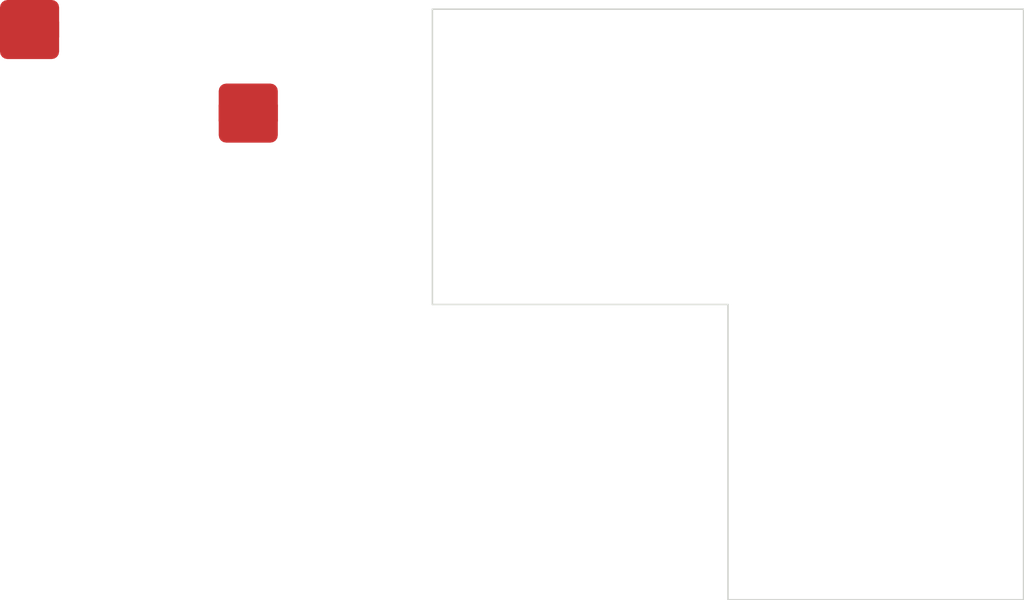
<source format=kicad_pcb>
(kicad_pcb (version 20221018) (generator pcbnew)
  (layers (0 "F.Cu" signal) (31 "B.Cu" signal) (34 "B.Paste" user) (35 "F.Paste" user) (36 "B.SilkS" user "B.Silkscreen") (37 "F.SilkS" user "F.Silkscreen") (38 "B.Mask" user) (39 "F.Mask" user) (44 "Edge.Cuts" user))
  (net 0 "")
  (footprint "" (layer "F.Cu") (at 93.77 23.52)
    (fp_text reference "" (at 0 0) (layer "F.SilkS") (effects (font (size 1.27 1.27))))
    (fp_text value "" (at 0 0) (layer "F.SilkS") (effects (font (size 1.27 1.27))))
    (pad "1" smd roundrect (at 0 0 90) (size 1 2) (layers "F.Cu" "F.Paste" "F.Mask"))
  )
  (footprint "" (layer "F.Cu") (at 86.37 21.19)
    (fp_text reference "" (at 0 0) (layer "F.SilkS") (effects (font (size 1.27 1.27))))
    (fp_text value "" (at 0 0) (layer "F.SilkS") (effects (font (size 1.27 1.27))))
    (pad "1" smd roundrect (at 0 0 90) (size 1 2) (layers "F.Cu" "F.Paste" "F.Mask"))
  )
  (footprint "" (layer "F.Cu") (at 86.37 20.19)
    (fp_text reference "" (at 0 0) (layer "F.SilkS") (effects (font (size 1.27 1.27))))
    (fp_text value "" (at 0 0) (layer "F.SilkS") (effects (font (size 1.27 1.27))))
    (pad "1" smd roundrect (at 0 0 90) (size 1 2) (layers "F.Cu" "F.Paste" "F.Mask"))
  )
  (footprint "" (layer "F.Cu") (at 86.37 20.69)
    (fp_text reference "" (at 0 0) (layer "F.SilkS") (effects (font (size 1.27 1.27))))
    (fp_text value "" (at 0 0) (layer "F.SilkS") (effects (font (size 1.27 1.27))))
    (pad "1" smd roundrect (at 0 0 90) (size 1 2) (layers "F.Cu" "F.Paste" "F.Mask"))
  )
  (footprint "" (layer "F.Cu") (at 86.37 20.69)
    (fp_text reference "" (at 0 0) (layer "F.SilkS") (effects (font (size 1.27 1.27))))
    (fp_text value "" (at 0 0) (layer "F.SilkS") (effects (font (size 1.27 1.27))))
    (pad "1" smd roundrect (at 0 0 90) (size 1 2) (layers "F.Cu" "F.Paste" "F.Mask"))
  )
  (footprint "" (layer "F.Cu") (at 93.77 23.02)
    (fp_text reference "" (at 0 0) (layer "F.SilkS") (effects (font (size 1.27 1.27))))
    (fp_text value "" (at 0 0) (layer "F.SilkS") (effects (font (size 1.27 1.27))))
    (pad "1" smd roundrect (at 0 0 90) (size 1 2) (layers "F.Cu" "F.Paste" "F.Mask"))
  )
  (footprint "" (layer "F.Cu") (at 93.77 24.02)
    (fp_text reference "" (at 0 0) (layer "F.SilkS") (effects (font (size 1.27 1.27))))
    (fp_text value "" (at 0 0) (layer "F.SilkS") (effects (font (size 1.27 1.27))))
    (pad "1" smd roundrect (at 0 0 90) (size 1 2) (layers "F.Cu" "F.Paste" "F.Mask"))
  )
  (footprint "" (layer "F.Cu") (at 93.77 23.52)
    (fp_text reference "" (at 0 0) (layer "F.SilkS") (effects (font (size 1.27 1.27))))
    (fp_text value "" (at 0 0) (layer "F.SilkS") (effects (font (size 1.27 1.27))))
    (pad "1" smd roundrect (at 0 0 90) (size 1 2) (layers "F.Cu" "F.Paste" "F.Mask"))
  )
  (gr_line (start 100 20) (end 120 20) (stroke (width 0.05)) (layer "Edge.Cuts"))
  (gr_line (start 100 20) (end 100 30) (stroke (width 0.05)) (layer "Edge.Cuts"))
  (gr_line (start 120 40) (end 110 40) (stroke (width 0.05)) (layer "Edge.Cuts"))
  (gr_line (start 110 30) (end 110 40) (stroke (width 0.05)) (layer "Edge.Cuts"))
  (gr_line (start 100 30) (end 110 30) (stroke (width 0.05)) (layer "Edge.Cuts"))
  (gr_line (start 120 20) (end 120 40) (stroke (width 0.05)) (layer "Edge.Cuts"))
)
</source>
